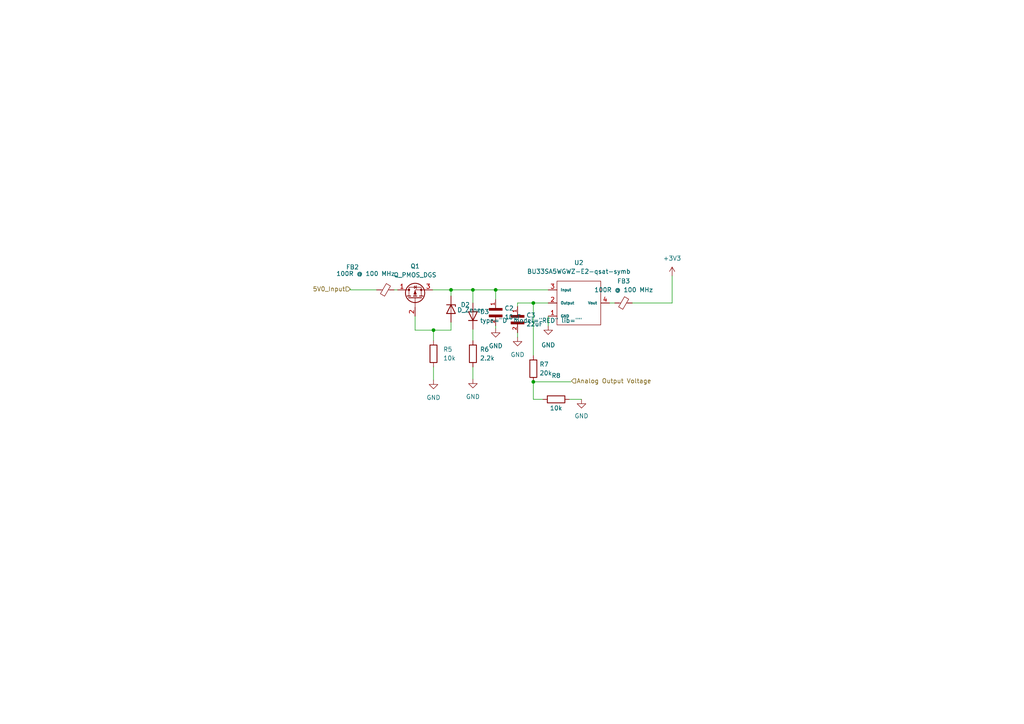
<source format=kicad_sch>
(kicad_sch (version 20211123) (generator eeschema)
  (paper "A4")
  (lib_symbols
    (symbol "Daughterboard_Symbols:CL10B104KB8NNNL" (pin_names (offset 1.016) hide)
      (property "Reference" "C" (at 0 3.81 0))
      (property "Value" "CL10B104KB8NNNL" (at 0 -5.08 0))
      (symbol "CL10B104KB8NNNL_0_0"
        (rectangle (start 0 -1.905) (end 0.635 1.905) (fill (type outline)))
        (rectangle (start 1.905 -1.905) (end 2.54 1.905) (fill (type outline)))
        (pin passive line (at -2.54 0 0) (length 2.54) (name "~") (number "1"))
        (pin passive line (at 5.08 0 180) (length 2.54) (name "~") (number "2"))
      )
    )
    (symbol "Device:D_Zener" (pin_numbers hide) (pin_names (offset 1.016) hide)
      (property "Reference" "D" (at 0 2.54 0))
      (property "Value" "D_Zener" (at 0 -2.54 0))
      (symbol "D_Zener_0_1"
        (polyline (pts (xy 1.27 0) (xy -1.27 0)))
        (polyline (pts (xy -1.27 -1.27) (xy -1.27 1.27) (xy -0.762 1.27)) (stroke (width 0.254)))
        (polyline (pts (xy 1.27 -1.27) (xy 1.27 1.27) (xy -1.27 0) (xy 1.27 -1.27)) (stroke (width 0.254)))
      )
      (symbol "D_Zener_1_1"
        (pin passive line (at -3.81 0 0) (length 2.54) (name "K") (number "1"))
        (pin passive line (at 3.81 0 180) (length 2.54) (name "A") (number "2"))
      )
    )
    (symbol "Device:FerriteBead_Small" (pin_numbers hide) (pin_names (offset 0))
      (property "Reference" "FB" (at 1.905 1.27 0))
      (property "Value" "FerriteBead_Small" (at 1.905 -1.27 0))
      (symbol "FerriteBead_Small_0_1"
        (polyline (pts (xy 0 -1.27) (xy 0 -0.7874)))
        (polyline (pts (xy 0 0.889) (xy 0 1.2954)))
        (polyline (pts (xy -1.8288 0.2794) (xy -1.1176 1.4986) (xy 1.8288 -0.2032) (xy 1.1176 -1.4224) (xy -1.8288 0.2794)))
      )
      (symbol "FerriteBead_Small_1_1"
        (pin passive line (at 0 2.54 270) (length 1.27) (name "~") (number "1"))
        (pin passive line (at 0 -2.54 90) (length 1.27) (name "~") (number "2"))
      )
    )
    (symbol "Device:Q_PMOS_DGS" (pin_names (offset 0) hide)
      (property "Reference" "Q" (at 5.08 1.27 0))
      (property "Value" "Q_PMOS_DGS" (at 5.08 -1.27 0))
      (symbol "Q_PMOS_DGS_0_1"
        (polyline (pts (xy 0.254 0) (xy -2.54 0)))
        (polyline (pts (xy 0.254 1.905) (xy 0.254 -1.905)) (stroke (width 0.254)))
        (polyline (pts (xy 0.762 -1.27) (xy 0.762 -2.286)) (stroke (width 0.254)))
        (polyline (pts (xy 0.762 0.508) (xy 0.762 -0.508)) (stroke (width 0.254)))
        (polyline (pts (xy 0.762 2.286) (xy 0.762 1.27)) (stroke (width 0.254)))
        (polyline (pts (xy 2.54 2.54) (xy 2.54 1.778)))
        (polyline (pts (xy 2.54 -2.54) (xy 2.54 0) (xy 0.762 0)))
        (polyline (pts (xy 0.762 1.778) (xy 3.302 1.778) (xy 3.302 -1.778) (xy 0.762 -1.778)))
        (polyline (pts (xy 2.286 0) (xy 1.27 0.381) (xy 1.27 -0.381) (xy 2.286 0)) (fill (type outline)))
        (polyline (pts (xy 2.794 -0.508) (xy 2.921 -0.381) (xy 3.683 -0.381) (xy 3.81 -0.254)))
        (polyline (pts (xy 3.302 -0.381) (xy 2.921 0.254) (xy 3.683 0.254) (xy 3.302 -0.381)))
        (circle (center 1.651 0) (radius 2.794) (stroke (width 0.254)))
        (circle (center 2.54 -1.778) (radius 0.254) (fill (type outline)))
        (circle (center 2.54 1.778) (radius 0.254) (fill (type outline)))
      )
      (symbol "Q_PMOS_DGS_1_1"
        (pin passive line (at 2.54 5.08 270) (length 2.54) (name "D") (number "1"))
        (pin input line (at -5.08 0 0) (length 2.54) (name "G") (number "2"))
        (pin passive line (at 2.54 -5.08 90) (length 2.54) (name "S") (number "3"))
      )
    )
    (symbol "Device:R" (pin_numbers hide) (pin_names (offset 0))
      (property "Reference" "R" (at 2.032 0 90))
      (property "Value" "R" (at 0 0 90))
      (symbol "R_0_1"
        (rectangle (start -1.016 -2.54) (end 1.016 2.54) (stroke (width 0.254)))
      )
      (symbol "R_1_1"
        (pin passive line (at 0 3.81 270) (length 1.27) (name "~") (number "1"))
        (pin passive line (at 0 -3.81 90) (length 1.27) (name "~") (number "2"))
      )
    )
    (symbol "Imported_OBC_Library:BU33SA5WGWZ-E2-qsat-symb" (pin_names (offset 1.016))
      (property "Reference" "U" (at 0 -16.51 0))
      (property "Value" "BU33SA5WGWZ-E2-qsat-symb" (at 0 15.24 0))
      (symbol "BU33SA5WGWZ-E2-qsat-symb_0_1"
        (rectangle (start -6.35 6.35) (end 6.35 -6.35))
      )
      (symbol "BU33SA5WGWZ-E2-qsat-symb_1_1"
        (pin output line (at 3.81 -8.89 90) (length 2.54) (name "GND") (number "1"))
        (pin output line (at 0 -8.89 90) (length 2.54) (name "Output") (number "2"))
        (pin input line (at -3.81 -8.89 90) (length 2.54) (name "Input") (number "3"))
        (pin output line (at 0 8.89 270) (length 2.54) (name "Vout") (number "4"))
      )
    )
    (symbol "Simulation_SPICE:DIODE" (pin_numbers hide) (pin_names (offset 1.016) hide)
      (property "Reference" "D" (at 0 2.54 0))
      (property "Value" "DIODE" (at 0 -2.54 0))
      (symbol "DIODE_0_1"
        (polyline (pts (xy 1.27 0) (xy -1.27 0)))
        (polyline (pts (xy 1.27 1.27) (xy 1.27 -1.27)) (stroke (width 0.254)))
        (polyline (pts (xy -1.27 -1.27) (xy -1.27 1.27) (xy 1.27 0) (xy -1.27 -1.27)) (stroke (width 0.254)))
      )
      (symbol "DIODE_1_1"
        (pin passive line (at -3.81 0 0) (length 2.54) (name "A") (number "1"))
        (pin passive line (at 3.81 0 180) (length 2.54) (name "K") (number "2"))
      )
    )
    (symbol "power:+3V3" (power) (pin_names (offset 0))
      (property "Value" "+3V3" (at 0 3.556 0))
      (symbol "+3V3_0_1"
        (polyline (pts (xy -0.762 1.27) (xy 0 2.54)))
        (polyline (pts (xy 0 0) (xy 0 2.54)))
        (polyline (pts (xy 0 2.54) (xy 0.762 1.27)))
      )
      (symbol "+3V3_1_1"
        (pin power_in line (at 0 0 90) (length 0) hide (name "+3V3") (number "1"))
      )
    )
    (symbol "power:GND" (power) (pin_names (offset 0))
      (property "Value" "GND" (at 0 -3.81 0))
      (symbol "GND_0_1"
        (polyline (pts (xy 0 0) (xy 0 -1.27) (xy 1.27 -1.27) (xy 0 -2.54) (xy -1.27 -1.27) (xy 0 -1.27)))
      )
      (symbol "GND_1_1"
        (pin power_in line (at 0 0 270) (length 0) hide (name "GND") (number "1"))
      )
    )
  )
  (junction (at 154.686 87.884))
  (junction (at 137.16 84.074))
  (junction (at 143.764 84.074))
  (junction (at 130.81 84.074))
  (junction (at 154.686 110.744))
  (junction (at 125.73 95.758))
  (wire (pts (xy 130.81 84.074) (xy 137.16 84.074)))
  (wire (pts (xy 137.16 84.074) (xy 143.764 84.074)))
  (wire (pts (xy 120.396 95.758) (xy 125.73 95.758)))
  (wire (pts (xy 125.476 84.074) (xy 130.81 84.074)))
  (wire (pts (xy 120.396 91.694) (xy 120.396 95.758)))
  (wire (pts (xy 150.114 96.52) (xy 150.114 97.79)))
  (wire (pts (xy 154.686 87.884) (xy 150.114 87.884)))
  (wire (pts (xy 125.73 95.758) (xy 130.81 95.758)))
  (wire (pts (xy 125.73 95.758) (xy 125.73 98.806)))
  (wire (pts (xy 143.764 84.074) (xy 143.764 86.868)))
  (wire (pts (xy 130.81 84.074) (xy 130.81 85.852)))
  (wire (pts (xy 154.686 110.744) (xy 165.608 110.744)))
  (wire (pts (xy 101.6 84.074) (xy 109.22 84.074)))
  (wire (pts (xy 143.764 94.488) (xy 143.764 95.25)))
  (wire (pts (xy 137.16 84.074) (xy 137.16 87.884)))
  (wire (pts (xy 137.16 106.426) (xy 137.16 109.982)))
  (wire (pts (xy 159.004 87.884) (xy 154.686 87.884)))
  (wire (pts (xy 130.81 93.472) (xy 130.81 95.758)))
  (wire (pts (xy 183.388 87.884) (xy 194.945 87.884)))
  (wire (pts (xy 150.114 87.884) (xy 150.114 88.9)))
  (wire (pts (xy 154.686 115.824) (xy 157.48 115.824)))
  (wire (pts (xy 137.16 95.504) (xy 137.16 98.806)))
  (wire (pts (xy 194.945 80.01) (xy 194.945 87.884)))
  (wire (pts (xy 178.308 87.884) (xy 176.784 87.884)))
  (wire (pts (xy 114.3 84.074) (xy 115.316 84.074)))
  (wire (pts (xy 165.1 115.824) (xy 168.656 115.824)))
  (wire (pts (xy 154.686 110.744) (xy 154.686 115.824)))
  (wire (pts (xy 159.004 91.694) (xy 159.004 94.488)))
  (wire (pts (xy 101.6 84.074) (xy 101.6 83.82)))
  (wire (pts (xy 125.73 106.426) (xy 125.73 110.236)))
  (wire (pts (xy 154.686 87.884) (xy 154.686 103.124)))
  (wire (pts (xy 143.764 84.074) (xy 159.004 84.074)))
  (hierarchical_label "5V0_Input" (shape input) (at 101.6 83.82 180))
  (hierarchical_label "Analog Output Voltage" (shape input) (at 165.735 110.49 0))
  (symbol (lib_id "Device:Q_PMOS_DGS") (at 120.396 86.614 90) (unit 1)
    (property "Reference" "Q1" (at 120.396 77.216 90))
    (property "Value" "Q_PMOS_DGS" (at 120.396 79.756 90))
    (property "Footprint" "STM32_Breakout:SOT91P240X110-3N" (effects hide))
  )
  (symbol (lib_id "Daughterboard_Symbols:CL10B104KB8NNNL") (at 143.764 89.408 270) (unit 1)
    (property "Reference" "C2" (at 146.304 89.4079 90) (effects (justify left)))
    (property "Value" "10uF" (at 146.304 91.9479 90) (effects (justify left)))
    (property "Footprint" "CAPC1608X90N" (effects hide))
  )
  (symbol (lib_id "power:GND") (at 159.004 94.488 0) (unit 1)
    (property "Reference" "#PWR0110" (effects hide))
    (property "Value" "GND" (at 159.004 100.076 0))
  )
  (symbol (lib_id "Device:R") (at 161.29 115.824 270) (unit 1)
    (property "Reference" "R8" (at 161.29 108.966 90))
    (property "Value" "10k" (at 161.29 118.364 90))
    (property "Footprint" "Daughterboard_footprints:RESC1608X55N" (effects hide))
  )
  (symbol (lib_id "power:+3V3") (at 194.945 80.01 0) (unit 1)
    (property "Reference" "#PWR025" (effects hide))
    (property "Value" "+3V3" (at 194.945 74.93 0))
  )
  (symbol (lib_id "power:GND") (at 168.656 115.824 0) (unit 1)
    (property "Reference" "#PWR0109" (effects hide))
    (property "Value" "GND" (at 168.656 120.65 0))
  )
  (symbol (lib_id "Device:R") (at 125.73 102.616 0) (unit 1)
    (property "Reference" "R5" (at 128.524 101.3459 0) (effects (justify left)))
    (property "Value" "10k" (at 128.524 103.8859 0) (effects (justify left)))
    (property "Footprint" "Daughterboard_footprints:RESC1608X55N" (effects hide))
  )
  (symbol (lib_id "Device:FerriteBead_Small") (at 111.76 84.074 270) (unit 1)
    (property "Reference" "FB2" (at 102.235 77.47 90))
    (property "Value" "100R @ 100 MHz" (at 106.045 79.375 90))
    (property "Footprint" "Daughterboard_footprints:BEADC1608X75N" (effects hide))
  )
  (symbol (lib_id "Daughterboard_Symbols:CL10B104KB8NNNL") (at 150.114 91.44 270) (unit 1)
    (property "Reference" "C3" (at 152.654 91.4399 90) (effects (justify left)))
    (property "Value" "22uF" (at 152.654 93.9799 90) (effects (justify left)))
    (property "Footprint" "CAPC1608X90N" (effects hide))
  )
  (symbol (lib_id "Device:R") (at 137.16 102.616 0) (unit 1)
    (property "Reference" "R6" (at 139.192 101.3459 0) (effects (justify left)))
    (property "Value" "2.2k" (at 139.192 103.8859 0) (effects (justify left)))
    (property "Footprint" "Daughterboard_footprints:RESC1608X55N" (effects hide))
  )
  (symbol (lib_id "power:GND") (at 137.16 109.982 0) (unit 1)
    (property "Reference" "#PWR0111" (effects hide))
    (property "Value" "GND" (at 137.16 115.062 0))
  )
  (symbol (lib_id "Simulation_SPICE:DIODE") (at 137.16 91.694 270) (unit 1)
    (property "Reference" "D3" (at 139.192 90.4239 90) (effects (justify left)))
    (property "Value" "RED" (at 139.192 92.9639 90) (effects (justify left)))
    (property "Footprint" "Daughterboard_footprints:CAPC1608X90N" (effects hide))
    (property "Spice_Netlist_Enabled" "Y" (effects hide))
    (property "Spice_Primitive" "D" (effects hide))
  )
  (symbol (lib_id "Device:FerriteBead_Small") (at 180.848 87.884 270) (unit 1)
    (property "Reference" "FB3" (at 180.8861 81.534 90))
    (property "Value" "100R @ 100 MHz" (at 180.8861 84.074 90))
    (property "Footprint" "Daughterboard_footprints:BEADC1608X75N" (effects hide))
  )
  (symbol (lib_id "power:GND") (at 150.114 97.79 0) (unit 1)
    (property "Reference" "#PWR0112" (effects hide))
    (property "Value" "GND" (at 150.114 102.87 0))
  )
  (symbol (lib_id "power:GND") (at 125.73 110.236 0) (unit 1)
    (property "Reference" "#PWR0114" (effects hide))
    (property "Value" "GND" (at 125.73 115.316 0))
  )
  (symbol (lib_id "power:GND") (at 143.764 95.25 0) (unit 1)
    (property "Reference" "#PWR0113" (effects hide))
    (property "Value" "GND" (at 143.764 100.33 0))
  )
  (symbol (lib_id "Device:D_Zener") (at 130.81 89.662 270) (unit 1)
    (property "Reference" "D2" (at 133.604 88.392 90) (effects (justify left)))
    (property "Value" "D_Zener" (at 132.588 89.916 90) (effects (justify left)))
    (property "Footprint" "STM32_Breakout:SOT91P240X110-3N" (effects hide))
  )
  (symbol (lib_id "Device:R") (at 154.686 106.934 0) (unit 1)
    (property "Reference" "R7" (at 156.464 105.6639 0) (effects (justify left)))
    (property "Value" "20k" (at 156.464 108.2039 0) (effects (justify left)))
    (property "Footprint" "Daughterboard_footprints:RESC1608X55N" (effects hide))
  )
  (symbol (lib_id "Imported_OBC_Library:BU33SA5WGWZ-E2-qsat-symb") (at 167.894 87.884 270) (unit 1)
    (property "Reference" "U2" (at 167.894 76.2 90))
    (property "Value" "BU33SA5WGWZ-E2-qsat-symb" (at 167.894 78.74 90))
    (property "Footprint" "STM32_Breakout:BU33SA5WGWZ-E2" (effects hide))
  )
)
</source>
